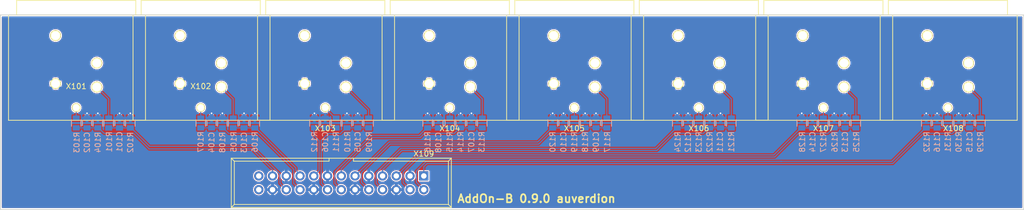
<source format=kicad_pcb>
(kicad_pcb (version 20171130) (host pcbnew "(5.0.0-3-g5ebb6b6)")
  (layers (0 F.Cu signal) (31 B.Cu signal) (34 B.Paste user) (35 F.Paste user) (36 B.SilkS user) (37 F.SilkS user) (38 B.Mask user) (39 F.Mask user) (44 Edge.Cuts user))
  (net 0 "")
  (net 1 GND)
  (net 2 /AIN1+)
  (net 3 /AIN2+)
  (net 4 /AIN3+)
  (net 5 /AIN4+)
  (net 6 /AIN5+)
  (net 7 /AIN6+)
  (net 8 /AIN7+)
  (net 9 /AIN8+)
  (net 10 "Net-(R117-Pad1)")
  (net 11 "Net-(R119-Pad1)")
  (net 12 "Net-(R121-Pad1)")
  (net 13 "Net-(R123-Pad1)")
  (net 14 "Net-(R125-Pad1)")
  (net 15 "Net-(R127-Pad1)")
  (net 16 "Net-(R129-Pad1)")
  (net 17 "Net-(R131-Pad1)")
  (net 18 /AIN1-)
  (net 19 /AIN2-)
  (net 20 /AIN3-)
  (net 21 /AIN4-)
  (net 22 /AIN5-)
  (net 23 /AIN6-)
  (net 24 /AIN7-)
  (net 25 /AIN8-)
  (net 26 "Net-(R101-Pad1)")
  (net 27 "Net-(R103-Pad1)")
  (net 28 "Net-(R105-Pad1)")
  (net 29 "Net-(R107-Pad1)")
  (net 30 "Net-(R109-Pad1)")
  (net 31 "Net-(R111-Pad1)")
  (net 32 "Net-(R113-Pad1)")
  (net 33 "Net-(R115-Pad1)")
  (module rklib:NC3FAH (layer F.Cu) (at 66 -90)
    (fp_text reference X103 (at 0 21) (layer F.SilkS))
    (fp_text value XLR3)
    (pad 1 thru_hole circle (at -3.81 12.7) (size 2 2) (drill 1.6) (layers *.Cu *.Mask F.SilkS) (net 1 GND))
    (pad 2 thru_hole circle (at 3.81 13.335) (size 2 2) (drill 1.6) (layers *.Cu *.Mask F.SilkS) (net 30 "Net-(R109-Pad1)"))
    (pad 3 thru_hole circle (at 0 17.15) (size 1.6 1.6) (drill 1.2) (layers *.Cu *.Mask F.SilkS) (net 31 "Net-(R111-Pad1)"))
    (pad 4 thru_hole circle (at 3.81 8.89) (size 2 2) (drill 1.6) (layers *.Cu *.Mask F.SilkS))
    (pad 5 thru_hole circle (at -3.81 3.81) (size 2 2) (drill 1.6) (layers *.Cu *.Mask F.SilkS))
  )
  (module rklib:C0805-RES (layer B.Cu) (at 26 -70 270)
    (fp_text reference R101 (at 3.5 -0.1 270) (layer B.SilkS) (effects (justify mirror)))
    (fp_text value RES_100R_1%_0.25W_Thin_0805)
    (pad 1 smd rect (at -0.9 0 270) (size 1 1.3) (layers B.Cu B.Paste B.Mask) (net 26 "Net-(R101-Pad1)"))
    (pad 2 smd rect (at 0.9 0 270) (size 1 1.3) (layers B.Cu B.Paste B.Mask) (net 2 /AIN1+))
  )
  (module rklib:C0805-RES (layer B.Cu) (at 30 -70 270)
    (fp_text reference R102 (at 3.6 0 270) (layer B.SilkS) (effects (justify mirror)))
    (fp_text value RES_100K_1%_0.125W_Thick_0805)
    (pad 2 smd rect (at 0.9 0 270) (size 1 1.3) (layers B.Cu B.Paste B.Mask) (net 2 /AIN1+))
    (pad 1 smd rect (at -0.9 0 270) (size 1 1.3) (layers B.Cu B.Paste B.Mask) (net 1 GND))
  )
  (module rklib:C0805-RES (layer B.Cu) (at 20 -70 270)
    (fp_text reference R103 (at 3.6 -0.1 270) (layer B.SilkS) (effects (justify mirror)))
    (fp_text value RES_100R_1%_0.25W_Thin_0805)
    (pad 1 smd rect (at -0.9 0 270) (size 1 1.3) (layers B.Cu B.Paste B.Mask) (net 27 "Net-(R103-Pad1)"))
    (pad 2 smd rect (at 0.9 0 270) (size 1 1.3) (layers B.Cu B.Paste B.Mask) (net 18 /AIN1-))
  )
  (module rklib:C0805-RES (layer B.Cu) (at 24 -70 270)
    (fp_text reference R104 (at 3.6 0 270) (layer B.SilkS) (effects (justify mirror)))
    (fp_text value RES_100K_1%_0.125W_Thick_0805)
    (pad 2 smd rect (at 0.9 0 270) (size 1 1.3) (layers B.Cu B.Paste B.Mask) (net 18 /AIN1-))
    (pad 1 smd rect (at -0.9 0 270) (size 1 1.3) (layers B.Cu B.Paste B.Mask) (net 1 GND))
  )
  (module rklib:C0805-RES (layer B.Cu) (at 49 -70 270)
    (fp_text reference R105 (at 3.5 -0.1 270) (layer B.SilkS) (effects (justify mirror)))
    (fp_text value RES_100R_1%_0.25W_Thin_0805)
    (pad 1 smd rect (at -0.9 0 270) (size 1 1.3) (layers B.Cu B.Paste B.Mask) (net 28 "Net-(R105-Pad1)"))
    (pad 2 smd rect (at 0.9 0 270) (size 1 1.3) (layers B.Cu B.Paste B.Mask) (net 3 /AIN2+))
  )
  (module rklib:C0805-RES (layer B.Cu) (at 53 -70 270)
    (fp_text reference R106 (at 3.5 0 270) (layer B.SilkS) (effects (justify mirror)))
    (fp_text value RES_100K_1%_0.125W_Thick_0805)
    (pad 2 smd rect (at 0.9 0 270) (size 1 1.3) (layers B.Cu B.Paste B.Mask) (net 3 /AIN2+))
    (pad 1 smd rect (at -0.9 0 270) (size 1 1.3) (layers B.Cu B.Paste B.Mask) (net 1 GND))
  )
  (module rklib:C0805-RES (layer B.Cu) (at 43 -70 270)
    (fp_text reference R107 (at 3.5 0 270) (layer B.SilkS) (effects (justify mirror)))
    (fp_text value RES_100R_1%_0.25W_Thin_0805)
    (pad 1 smd rect (at -0.9 0 270) (size 1 1.3) (layers B.Cu B.Paste B.Mask) (net 29 "Net-(R107-Pad1)"))
    (pad 2 smd rect (at 0.9 0 270) (size 1 1.3) (layers B.Cu B.Paste B.Mask) (net 19 /AIN2-))
  )
  (module rklib:C0805-RES (layer B.Cu) (at 47 -70 270)
    (fp_text reference R108 (at 3.6 0 270) (layer B.SilkS) (effects (justify mirror)))
    (fp_text value RES_100K_1%_0.125W_Thick_0805)
    (pad 2 smd rect (at 0.9 0 270) (size 1 1.3) (layers B.Cu B.Paste B.Mask) (net 19 /AIN2-))
    (pad 1 smd rect (at -0.9 0 270) (size 1 1.3) (layers B.Cu B.Paste B.Mask) (net 1 GND))
  )
  (module rklib:C0805-RES (layer B.Cu) (at 74 -70 270)
    (fp_text reference R109 (at 3.5 -0.1 270) (layer B.SilkS) (effects (justify mirror)))
    (fp_text value RES_100R_1%_0.25W_Thin_0805)
    (pad 1 smd rect (at -0.9 0 270) (size 1 1.3) (layers B.Cu B.Paste B.Mask) (net 30 "Net-(R109-Pad1)"))
    (pad 2 smd rect (at 0.9 0 270) (size 1 1.3) (layers B.Cu B.Paste B.Mask) (net 4 /AIN3+))
  )
  (module rklib:C0805-RES (layer B.Cu) (at 70 -70 270)
    (fp_text reference R110 (at 3.5 -0.1 270) (layer B.SilkS) (effects (justify mirror)))
    (fp_text value RES_100K_1%_0.125W_Thick_0805)
    (pad 2 smd rect (at 0.9 0 270) (size 1 1.3) (layers B.Cu B.Paste B.Mask) (net 4 /AIN3+))
    (pad 1 smd rect (at -0.9 0 270) (size 1 1.3) (layers B.Cu B.Paste B.Mask) (net 1 GND))
  )
  (module rklib:C0805-RES (layer B.Cu) (at 68 -70 270)
    (fp_text reference R111 (at 3.5 0 270) (layer B.SilkS) (effects (justify mirror)))
    (fp_text value RES_100R_1%_0.25W_Thin_0805)
    (pad 1 smd rect (at -0.9 0 270) (size 1 1.3) (layers B.Cu B.Paste B.Mask) (net 31 "Net-(R111-Pad1)"))
    (pad 2 smd rect (at 0.9 0 270) (size 1 1.3) (layers B.Cu B.Paste B.Mask) (net 20 /AIN3-))
  )
  (module rklib:C0805-RES (layer B.Cu) (at 64 -70 270)
    (fp_text reference R112 (at 3.5 0 270) (layer B.SilkS) (effects (justify mirror)))
    (fp_text value RES_100K_1%_0.125W_Thick_0805)
    (pad 2 smd rect (at 0.9 0 270) (size 1 1.3) (layers B.Cu B.Paste B.Mask) (net 20 /AIN3-))
    (pad 1 smd rect (at -0.9 0 270) (size 1 1.3) (layers B.Cu B.Paste B.Mask) (net 1 GND))
  )
  (module rklib:C0805-RES (layer B.Cu) (at 95 -70 270)
    (fp_text reference R113 (at 3.5 0.1 270) (layer B.SilkS) (effects (justify mirror)))
    (fp_text value RES_100R_1%_0.25W_Thin_0805)
    (pad 1 smd rect (at -0.9 0 270) (size 1 1.3) (layers B.Cu B.Paste B.Mask) (net 32 "Net-(R113-Pad1)"))
    (pad 2 smd rect (at 0.9 0 270) (size 1 1.3) (layers B.Cu B.Paste B.Mask) (net 5 /AIN4+))
  )
  (module rklib:C0805-RES (layer B.Cu) (at 91 -70 270)
    (fp_text reference R114 (at 3.5 0 270) (layer B.SilkS) (effects (justify mirror)))
    (fp_text value RES_100K_1%_0.125W_Thick_0805)
    (pad 2 smd rect (at 0.9 0 270) (size 1 1.3) (layers B.Cu B.Paste B.Mask) (net 5 /AIN4+))
    (pad 1 smd rect (at -0.9 0 270) (size 1 1.3) (layers B.Cu B.Paste B.Mask) (net 1 GND))
  )
  (module rklib:C0805-RES (layer B.Cu) (at 89 -70 270)
    (fp_text reference R115 (at 3.5 0 270) (layer B.SilkS) (effects (justify mirror)))
    (fp_text value RES_100R_1%_0.25W_Thin_0805)
    (pad 1 smd rect (at -0.9 0 270) (size 1 1.3) (layers B.Cu B.Paste B.Mask) (net 33 "Net-(R115-Pad1)"))
    (pad 2 smd rect (at 0.9 0 270) (size 1 1.3) (layers B.Cu B.Paste B.Mask) (net 21 /AIN4-))
  )
  (module rklib:C0805-RES (layer B.Cu) (at 84.9 -70 270)
    (fp_text reference R116 (at 3.5 0 270) (layer B.SilkS) (effects (justify mirror)))
    (fp_text value RES_100K_1%_0.125W_Thick_0805)
    (pad 2 smd rect (at 0.9 0 270) (size 1 1.3) (layers B.Cu B.Paste B.Mask) (net 21 /AIN4-))
    (pad 1 smd rect (at -0.9 0 270) (size 1 1.3) (layers B.Cu B.Paste B.Mask) (net 1 GND))
  )
  (module rklib:IDC26 (layer F.Cu) (at 84.2 -60.2 180)
    (fp_text reference X109 (at 0 4.1 180) (layer F.SilkS))
    (fp_text value CON_IDC26)
    (pad 26 thru_hole oval (at 30.48 -2.54 180) (size 1.7272 1.7272) (drill 1.016) (layers *.Cu *.Mask))
    (pad 25 thru_hole oval (at 30.48 0 180) (size 1.7272 1.7272) (drill 1.016) (layers *.Cu *.Mask))
    (pad 24 thru_hole oval (at 27.94 -2.54 180) (size 1.7272 1.7272) (drill 1.016) (layers *.Cu *.Mask) (net 1 GND))
    (pad 23 thru_hole oval (at 27.94 0 180) (size 1.7272 1.7272) (drill 1.016) (layers *.Cu *.Mask) (net 18 /AIN1-))
    (pad 22 thru_hole oval (at 25.4 -2.54 180) (size 1.7272 1.7272) (drill 1.016) (layers *.Cu *.Mask) (net 2 /AIN1+))
    (pad 21 thru_hole oval (at 25.4 0 180) (size 1.7272 1.7272) (drill 1.016) (layers *.Cu *.Mask) (net 1 GND))
    (pad 20 thru_hole oval (at 22.86 -2.54 180) (size 1.7272 1.7272) (drill 1.016) (layers *.Cu *.Mask) (net 19 /AIN2-))
    (pad 19 thru_hole oval (at 22.86 0 180) (size 1.7272 1.7272) (drill 1.016) (layers *.Cu *.Mask) (net 3 /AIN2+))
    (pad 18 thru_hole oval (at 20.32 -2.54 180) (size 1.7272 1.7272) (drill 1.016) (layers *.Cu *.Mask) (net 1 GND))
    (pad 17 thru_hole oval (at 20.32 0 180) (size 1.7272 1.7272) (drill 1.016) (layers *.Cu *.Mask) (net 20 /AIN3-))
    (pad 16 thru_hole oval (at 17.78 -2.54 180) (size 1.7272 1.7272) (drill 1.016) (layers *.Cu *.Mask) (net 4 /AIN3+))
    (pad 15 thru_hole oval (at 17.78 0 180) (size 1.7272 1.7272) (drill 1.016) (layers *.Cu *.Mask) (net 1 GND))
    (pad 14 thru_hole oval (at 15.24 -2.54 180) (size 1.7272 1.7272) (drill 1.016) (layers *.Cu *.Mask) (net 21 /AIN4-))
    (pad 13 thru_hole oval (at 15.24 0 180) (size 1.7272 1.7272) (drill 1.016) (layers *.Cu *.Mask) (net 5 /AIN4+))
    (pad 12 thru_hole oval (at 12.7 -2.54 180) (size 1.7272 1.7272) (drill 1.016) (layers *.Cu *.Mask) (net 1 GND))
    (pad 11 thru_hole oval (at 12.7 0 180) (size 1.7272 1.7272) (drill 1.016) (layers *.Cu *.Mask) (net 22 /AIN5-))
    (pad 10 thru_hole oval (at 10.16 -2.54 180) (size 1.7272 1.7272) (drill 1.016) (layers *.Cu *.Mask) (net 6 /AIN5+))
    (pad 9 thru_hole oval (at 10.16 0 180) (size 1.7272 1.7272) (drill 1.016) (layers *.Cu *.Mask) (net 1 GND))
    (pad 8 thru_hole oval (at 7.62 -2.54 180) (size 1.7272 1.7272) (drill 1.016) (layers *.Cu *.Mask) (net 23 /AIN6-))
    (pad 7 thru_hole oval (at 7.62 0 180) (size 1.7272 1.7272) (drill 1.016) (layers *.Cu *.Mask) (net 7 /AIN6+))
    (pad 6 thru_hole oval (at 5.08 -2.54 180) (size 1.7272 1.7272) (drill 1.016) (layers *.Cu *.Mask) (net 1 GND))
    (pad 5 thru_hole oval (at 5.08 0 180) (size 1.7272 1.7272) (drill 1.016) (layers *.Cu *.Mask) (net 24 /AIN7-))
    (pad 4 thru_hole oval (at 2.54 -2.54 180) (size 1.7272 1.7272) (drill 1.016) (layers *.Cu *.Mask) (net 8 /AIN7+))
    (pad 3 thru_hole oval (at 2.54 0 180) (size 1.7272 1.7272) (drill 1.016) (layers *.Cu *.Mask) (net 1 GND))
    (pad 2 thru_hole oval (at 0 -2.54 180) (size 1.7272 1.7272) (drill 1.016) (layers *.Cu *.Mask) (net 25 /AIN8-))
    (pad 1 thru_hole rect (at 0 0 180) (size 1.7272 1.7272) (drill 1.016) (layers *.Cu *.Mask) (net 9 /AIN8+))
  )
  (module rklib:NC3FAH (layer F.Cu) (at 20 -90)
    (fp_text reference X101 (at 0 13.2) (layer F.SilkS))
    (fp_text value XLR3)
    (pad 1 thru_hole circle (at -3.81 12.7) (size 2 2) (drill 1.6) (layers *.Cu *.Mask F.SilkS) (net 1 GND))
    (pad 2 thru_hole circle (at 3.81 13.335) (size 2 2) (drill 1.6) (layers *.Cu *.Mask F.SilkS) (net 26 "Net-(R101-Pad1)"))
    (pad 3 thru_hole circle (at 0 17.15) (size 1.6 1.6) (drill 1.2) (layers *.Cu *.Mask F.SilkS) (net 27 "Net-(R103-Pad1)"))
    (pad 4 thru_hole circle (at 3.81 8.89) (size 2 2) (drill 1.6) (layers *.Cu *.Mask F.SilkS))
    (pad 5 thru_hole circle (at -3.81 3.81) (size 2 2) (drill 1.6) (layers *.Cu *.Mask F.SilkS))
  )
  (module rklib:NC3FAH (layer F.Cu) (at 43 -90)
    (fp_text reference X102 (at 0 13.2) (layer F.SilkS))
    (fp_text value XLR3)
    (pad 5 thru_hole circle (at -3.81 3.81) (size 2 2) (drill 1.6) (layers *.Cu *.Mask F.SilkS))
    (pad 4 thru_hole circle (at 3.81 8.89) (size 2 2) (drill 1.6) (layers *.Cu *.Mask F.SilkS))
    (pad 3 thru_hole circle (at 0 17.15) (size 1.6 1.6) (drill 1.2) (layers *.Cu *.Mask F.SilkS) (net 29 "Net-(R107-Pad1)"))
    (pad 2 thru_hole circle (at 3.81 13.335) (size 2 2) (drill 1.6) (layers *.Cu *.Mask F.SilkS) (net 28 "Net-(R105-Pad1)"))
    (pad 1 thru_hole circle (at -3.81 12.7) (size 2 2) (drill 1.6) (layers *.Cu *.Mask F.SilkS) (net 1 GND))
  )
  (module rklib:NC3FAH (layer F.Cu) (at 89 -90)
    (fp_text reference X104 (at 0 21) (layer F.SilkS))
    (fp_text value XLR3)
    (pad 5 thru_hole circle (at -3.81 3.81) (size 2 2) (drill 1.6) (layers *.Cu *.Mask F.SilkS))
    (pad 4 thru_hole circle (at 3.81 8.89) (size 2 2) (drill 1.6) (layers *.Cu *.Mask F.SilkS))
    (pad 3 thru_hole circle (at 0 17.15) (size 1.6 1.6) (drill 1.2) (layers *.Cu *.Mask F.SilkS) (net 33 "Net-(R115-Pad1)"))
    (pad 2 thru_hole circle (at 3.81 13.335) (size 2 2) (drill 1.6) (layers *.Cu *.Mask F.SilkS) (net 32 "Net-(R113-Pad1)"))
    (pad 1 thru_hole circle (at -3.81 12.7) (size 2 2) (drill 1.6) (layers *.Cu *.Mask F.SilkS) (net 1 GND))
  )
  (module rklib:NC3FAH (layer F.Cu) (at 112 -90)
    (fp_text reference X105 (at 0 21) (layer F.SilkS))
    (fp_text value XLR3)
    (pad 1 thru_hole circle (at -3.81 12.7) (size 2 2) (drill 1.6) (layers *.Cu *.Mask F.SilkS) (net 1 GND))
    (pad 2 thru_hole circle (at 3.81 13.335) (size 2 2) (drill 1.6) (layers *.Cu *.Mask F.SilkS) (net 10 "Net-(R117-Pad1)"))
    (pad 3 thru_hole circle (at 0 17.15) (size 1.6 1.6) (drill 1.2) (layers *.Cu *.Mask F.SilkS) (net 11 "Net-(R119-Pad1)"))
    (pad 4 thru_hole circle (at 3.81 8.89) (size 2 2) (drill 1.6) (layers *.Cu *.Mask F.SilkS))
    (pad 5 thru_hole circle (at -3.81 3.81) (size 2 2) (drill 1.6) (layers *.Cu *.Mask F.SilkS))
  )
  (module rklib:NC3FAH (layer F.Cu) (at 135 -90)
    (fp_text reference X106 (at 0 21) (layer F.SilkS))
    (fp_text value XLR3)
    (pad 5 thru_hole circle (at -3.81 3.81) (size 2 2) (drill 1.6) (layers *.Cu *.Mask F.SilkS))
    (pad 4 thru_hole circle (at 3.81 8.89) (size 2 2) (drill 1.6) (layers *.Cu *.Mask F.SilkS))
    (pad 3 thru_hole circle (at 0 17.15) (size 1.6 1.6) (drill 1.2) (layers *.Cu *.Mask F.SilkS) (net 13 "Net-(R123-Pad1)"))
    (pad 2 thru_hole circle (at 3.81 13.335) (size 2 2) (drill 1.6) (layers *.Cu *.Mask F.SilkS) (net 12 "Net-(R121-Pad1)"))
    (pad 1 thru_hole circle (at -3.81 12.7) (size 2 2) (drill 1.6) (layers *.Cu *.Mask F.SilkS) (net 1 GND))
  )
  (module rklib:NC3FAH (layer F.Cu) (at 158 -90)
    (fp_text reference X107 (at 0 21) (layer F.SilkS))
    (fp_text value XLR3)
    (pad 1 thru_hole circle (at -3.81 12.7) (size 2 2) (drill 1.6) (layers *.Cu *.Mask F.SilkS) (net 1 GND))
    (pad 2 thru_hole circle (at 3.81 13.335) (size 2 2) (drill 1.6) (layers *.Cu *.Mask F.SilkS) (net 14 "Net-(R125-Pad1)"))
    (pad 3 thru_hole circle (at 0 17.15) (size 1.6 1.6) (drill 1.2) (layers *.Cu *.Mask F.SilkS) (net 15 "Net-(R127-Pad1)"))
    (pad 4 thru_hole circle (at 3.81 8.89) (size 2 2) (drill 1.6) (layers *.Cu *.Mask F.SilkS))
    (pad 5 thru_hole circle (at -3.81 3.81) (size 2 2) (drill 1.6) (layers *.Cu *.Mask F.SilkS))
  )
  (module rklib:NC3FAH (layer F.Cu) (at 181 -90)
    (fp_text reference X108 (at 1 21) (layer F.SilkS))
    (fp_text value XLR3)
    (pad 5 thru_hole circle (at -3.81 3.81) (size 2 2) (drill 1.6) (layers *.Cu *.Mask F.SilkS))
    (pad 4 thru_hole circle (at 3.81 8.89) (size 2 2) (drill 1.6) (layers *.Cu *.Mask F.SilkS))
    (pad 3 thru_hole circle (at 0 17.15) (size 1.6 1.6) (drill 1.2) (layers *.Cu *.Mask F.SilkS) (net 17 "Net-(R131-Pad1)"))
    (pad 2 thru_hole circle (at 3.81 13.335) (size 2 2) (drill 1.6) (layers *.Cu *.Mask F.SilkS) (net 16 "Net-(R129-Pad1)"))
    (pad 1 thru_hole circle (at -3.81 12.7) (size 2 2) (drill 1.6) (layers *.Cu *.Mask F.SilkS) (net 1 GND))
  )
  (module rklib:C0805-X7R (layer B.Cu) (at 28 -70 90)
    (fp_text reference C101 (at -3.5 0 90) (layer B.SilkS) (effects (justify mirror)))
    (fp_text value CAP_100p_50V_C0G_NP0_0805)
    (pad 1 smd rect (at -0.9 0 90) (size 1 1.3) (layers B.Cu B.Paste B.Mask) (net 2 /AIN1+))
    (pad 2 smd rect (at 0.9 0 90) (size 1 1.3) (layers B.Cu B.Paste B.Mask) (net 1 GND))
  )
  (module rklib:C0805-X7R (layer B.Cu) (at 22 -70 90)
    (fp_text reference C102 (at -3.6 0 90) (layer B.SilkS) (effects (justify mirror)))
    (fp_text value CAP_100p_50V_C0G_NP0_0805)
    (pad 2 smd rect (at 0.9 0 90) (size 1 1.3) (layers B.Cu B.Paste B.Mask) (net 1 GND))
    (pad 1 smd rect (at -0.9 0 90) (size 1 1.3) (layers B.Cu B.Paste B.Mask) (net 18 /AIN1-))
  )
  (module rklib:C0805-X7R (layer B.Cu) (at 51 -70 90)
    (fp_text reference C103 (at -3.6 0 90) (layer B.SilkS) (effects (justify mirror)))
    (fp_text value CAP_100p_50V_C0G_NP0_0805)
    (pad 2 smd rect (at 0.9 0 90) (size 1 1.3) (layers B.Cu B.Paste B.Mask) (net 1 GND))
    (pad 1 smd rect (at -0.9 0 90) (size 1 1.3) (layers B.Cu B.Paste B.Mask) (net 3 /AIN2+))
  )
  (module rklib:C0805-X7R (layer B.Cu) (at 45 -70 90)
    (fp_text reference C104 (at -3.6 0 90) (layer B.SilkS) (effects (justify mirror)))
    (fp_text value CAP_100p_50V_C0G_NP0_0805)
    (pad 1 smd rect (at -0.9 0 90) (size 1 1.3) (layers B.Cu B.Paste B.Mask) (net 19 /AIN2-))
    (pad 2 smd rect (at 0.9 0 90) (size 1 1.3) (layers B.Cu B.Paste B.Mask) (net 1 GND))
  )
  (module rklib:C0805-X7R (layer B.Cu) (at 72 -70 90)
    (fp_text reference C105 (at -3.5 0 90) (layer B.SilkS) (effects (justify mirror)))
    (fp_text value CAP_100p_50V_C0G_NP0_0805)
    (pad 2 smd rect (at 0.9 0 90) (size 1 1.3) (layers B.Cu B.Paste B.Mask) (net 1 GND))
    (pad 1 smd rect (at -0.9 0 90) (size 1 1.3) (layers B.Cu B.Paste B.Mask) (net 4 /AIN3+))
  )
  (module rklib:C0805-X7R (layer B.Cu) (at 66 -70 90)
    (fp_text reference C106 (at -3.5 0 90) (layer B.SilkS) (effects (justify mirror)))
    (fp_text value CAP_100p_50V_C0G_NP0_0805)
    (pad 2 smd rect (at 0.9 0 90) (size 1 1.3) (layers B.Cu B.Paste B.Mask) (net 1 GND))
    (pad 1 smd rect (at -0.9 0 90) (size 1 1.3) (layers B.Cu B.Paste B.Mask) (net 20 /AIN3-))
  )
  (module rklib:C0805-X7R (layer B.Cu) (at 93 -70 90)
    (fp_text reference C107 (at -3.5 0 90) (layer B.SilkS) (effects (justify mirror)))
    (fp_text value CAP_100p_50V_C0G_NP0_0805)
    (pad 1 smd rect (at -0.9 0 90) (size 1 1.3) (layers B.Cu B.Paste B.Mask) (net 5 /AIN4+))
    (pad 2 smd rect (at 0.9 0 90) (size 1 1.3) (layers B.Cu B.Paste B.Mask) (net 1 GND))
  )
  (module rklib:C0805-X7R (layer B.Cu) (at 86.9 -70 90)
    (fp_text reference C108 (at -3.6 0 90) (layer B.SilkS) (effects (justify mirror)))
    (fp_text value CAP_100p_50V_C0G_NP0_0805)
    (pad 1 smd rect (at -0.9 0 90) (size 1 1.3) (layers B.Cu B.Paste B.Mask) (net 21 /AIN4-))
    (pad 2 smd rect (at 0.9 0 90) (size 1 1.3) (layers B.Cu B.Paste B.Mask) (net 1 GND))
  )
  (module rklib:C0805-X7R (layer B.Cu) (at 116 -70 90)
    (fp_text reference C109 (at -3.5 0 90) (layer B.SilkS) (effects (justify mirror)))
    (fp_text value CAP_100p_50V_C0G_NP0_0805)
    (pad 2 smd rect (at 0.9 0 90) (size 1 1.3) (layers B.Cu B.Paste B.Mask) (net 1 GND))
    (pad 1 smd rect (at -0.9 0 90) (size 1 1.3) (layers B.Cu B.Paste B.Mask) (net 6 /AIN5+))
  )
  (module rklib:C0805-X7R (layer B.Cu) (at 110 -70 90)
    (fp_text reference C110 (at -3.5 0 90) (layer B.SilkS) (effects (justify mirror)))
    (fp_text value CAP_100p_50V_C0G_NP0_0805)
    (pad 2 smd rect (at 0.9 0 90) (size 1 1.3) (layers B.Cu B.Paste B.Mask) (net 1 GND))
    (pad 1 smd rect (at -0.9 0 90) (size 1 1.3) (layers B.Cu B.Paste B.Mask) (net 22 /AIN5-))
  )
  (module rklib:C0805-X7R (layer B.Cu) (at 139 -70 90)
    (fp_text reference C111 (at -3.5 -0.1 90) (layer B.SilkS) (effects (justify mirror)))
    (fp_text value CAP_100p_50V_C0G_NP0_0805)
    (pad 1 smd rect (at -0.9 0 90) (size 1 1.3) (layers B.Cu B.Paste B.Mask) (net 7 /AIN6+))
    (pad 2 smd rect (at 0.9 0 90) (size 1 1.3) (layers B.Cu B.Paste B.Mask) (net 1 GND))
  )
  (module rklib:C0805-X7R (layer B.Cu) (at 133 -70 90)
    (fp_text reference C112 (at -3.5 0 90) (layer B.SilkS) (effects (justify mirror)))
    (fp_text value CAP_100p_50V_C0G_NP0_0805)
    (pad 1 smd rect (at -0.9 0 90) (size 1 1.3) (layers B.Cu B.Paste B.Mask) (net 23 /AIN6-))
    (pad 2 smd rect (at 0.9 0 90) (size 1 1.3) (layers B.Cu B.Paste B.Mask) (net 1 GND))
  )
  (module rklib:C0805-X7R (layer B.Cu) (at 162 -70 90)
    (fp_text reference C113 (at -3.5 0 90) (layer B.SilkS) (effects (justify mirror)))
    (fp_text value CAP_100p_50V_C0G_NP0_0805)
    (pad 2 smd rect (at 0.9 0 90) (size 1 1.3) (layers B.Cu B.Paste B.Mask) (net 1 GND))
    (pad 1 smd rect (at -0.9 0 90) (size 1 1.3) (layers B.Cu B.Paste B.Mask) (net 8 /AIN7+))
  )
  (module rklib:C0805-X7R (layer B.Cu) (at 156 -70 90)
    (fp_text reference C114 (at -3.5 0 90) (layer B.SilkS) (effects (justify mirror)))
    (fp_text value CAP_100p_50V_C0G_NP0_0805)
    (pad 1 smd rect (at -0.9 0 90) (size 1 1.3) (layers B.Cu B.Paste B.Mask) (net 24 /AIN7-))
    (pad 2 smd rect (at 0.9 0 90) (size 1 1.3) (layers B.Cu B.Paste B.Mask) (net 1 GND))
  )
  (module rklib:C0805-X7R (layer B.Cu) (at 185 -70 90)
    (fp_text reference C115 (at -3.5 0 90) (layer B.SilkS) (effects (justify mirror)))
    (fp_text value CAP_100p_50V_C0G_NP0_0805)
    (pad 1 smd rect (at -0.9 0 90) (size 1 1.3) (layers B.Cu B.Paste B.Mask) (net 9 /AIN8+))
    (pad 2 smd rect (at 0.9 0 90) (size 1 1.3) (layers B.Cu B.Paste B.Mask) (net 1 GND))
  )
  (module rklib:C0805-X7R (layer B.Cu) (at 179 -70 90)
    (fp_text reference C116 (at -3.5 0 90) (layer B.SilkS) (effects (justify mirror)))
    (fp_text value CAP_100p_50V_C0G_NP0_0805)
    (pad 2 smd rect (at 0.9 0 90) (size 1 1.3) (layers B.Cu B.Paste B.Mask) (net 1 GND))
    (pad 1 smd rect (at -0.9 0 90) (size 1 1.3) (layers B.Cu B.Paste B.Mask) (net 25 /AIN8-))
  )
  (module rklib:C0805-RES (layer B.Cu) (at 118 -70 270)
    (fp_text reference R117 (at 3.5 -0.1 270) (layer B.SilkS) (effects (justify mirror)))
    (fp_text value RES_100R_1%_0.25W_Thin_0805)
    (pad 1 smd rect (at -0.9 0 270) (size 1 1.3) (layers B.Cu B.Paste B.Mask) (net 10 "Net-(R117-Pad1)"))
    (pad 2 smd rect (at 0.9 0 270) (size 1 1.3) (layers B.Cu B.Paste B.Mask) (net 6 /AIN5+))
  )
  (module rklib:C0805-RES (layer B.Cu) (at 114 -70 270)
    (fp_text reference R118 (at 3.5 0 270) (layer B.SilkS) (effects (justify mirror)))
    (fp_text value RES_100K_1%_0.125W_Thick_0805)
    (pad 2 smd rect (at 0.9 0 270) (size 1 1.3) (layers B.Cu B.Paste B.Mask) (net 6 /AIN5+))
    (pad 1 smd rect (at -0.9 0 270) (size 1 1.3) (layers B.Cu B.Paste B.Mask) (net 1 GND))
  )
  (module rklib:C0805-RES (layer B.Cu) (at 112 -70 270)
    (fp_text reference R119 (at 3.5 0 270) (layer B.SilkS) (effects (justify mirror)))
    (fp_text value RES_100R_1%_0.25W_Thin_0805)
    (pad 1 smd rect (at -0.9 0 270) (size 1 1.3) (layers B.Cu B.Paste B.Mask) (net 11 "Net-(R119-Pad1)"))
    (pad 2 smd rect (at 0.9 0 270) (size 1 1.3) (layers B.Cu B.Paste B.Mask) (net 22 /AIN5-))
  )
  (module rklib:C0805-RES (layer B.Cu) (at 108 -70 270)
    (fp_text reference R120 (at 3.5 0 270) (layer B.SilkS) (effects (justify mirror)))
    (fp_text value RES_100K_1%_0.125W_Thick_0805)
    (pad 2 smd rect (at 0.9 0 270) (size 1 1.3) (layers B.Cu B.Paste B.Mask) (net 22 /AIN5-))
    (pad 1 smd rect (at -0.9 0 270) (size 1 1.3) (layers B.Cu B.Paste B.Mask) (net 1 GND))
  )
  (module rklib:C0805-RES (layer B.Cu) (at 141 -70 270)
    (fp_text reference R121 (at 3.5 0 270) (layer B.SilkS) (effects (justify mirror)))
    (fp_text value RES_100R_1%_0.25W_Thin_0805)
    (pad 1 smd rect (at -0.9 0 270) (size 1 1.3) (layers B.Cu B.Paste B.Mask) (net 12 "Net-(R121-Pad1)"))
    (pad 2 smd rect (at 0.9 0 270) (size 1 1.3) (layers B.Cu B.Paste B.Mask) (net 7 /AIN6+))
  )
  (module rklib:C0805-RES (layer B.Cu) (at 137 -70 270)
    (fp_text reference R122 (at 3.5 0 270) (layer B.SilkS) (effects (justify mirror)))
    (fp_text value RES_100K_1%_0.125W_Thick_0805)
    (pad 2 smd rect (at 0.9 0 270) (size 1 1.3) (layers B.Cu B.Paste B.Mask) (net 7 /AIN6+))
    (pad 1 smd rect (at -0.9 0 270) (size 1 1.3) (layers B.Cu B.Paste B.Mask) (net 1 GND))
  )
  (module rklib:C0805-RES (layer B.Cu) (at 135 -70 270)
    (fp_text reference R123 (at 3.5 0 270) (layer B.SilkS) (effects (justify mirror)))
    (fp_text value RES_100R_1%_0.25W_Thin_0805)
    (pad 1 smd rect (at -0.9 0 270) (size 1 1.3) (layers B.Cu B.Paste B.Mask) (net 13 "Net-(R123-Pad1)"))
    (pad 2 smd rect (at 0.9 0 270) (size 1 1.3) (layers B.Cu B.Paste B.Mask) (net 23 /AIN6-))
  )
  (module rklib:C0805-RES (layer B.Cu) (at 131 -70 270)
    (fp_text reference R124 (at 3.5 -0.1 270) (layer B.SilkS) (effects (justify mirror)))
    (fp_text value RES_100K_1%_0.125W_Thick_0805)
    (pad 2 smd rect (at 0.9 0 270) (size 1 1.3) (layers B.Cu B.Paste B.Mask) (net 23 /AIN6-))
    (pad 1 smd rect (at -0.9 0 270) (size 1 1.3) (layers B.Cu B.Paste B.Mask) (net 1 GND))
  )
  (module rklib:C0805-RES (layer B.Cu) (at 164 -70 270)
    (fp_text reference R125 (at 3.5 -0.1 270) (layer B.SilkS) (effects (justify mirror)))
    (fp_text value RES_100R_1%_0.25W_Thin_0805)
    (pad 1 smd rect (at -0.9 0 270) (size 1 1.3) (layers B.Cu B.Paste B.Mask) (net 14 "Net-(R125-Pad1)"))
    (pad 2 smd rect (at 0.9 0 270) (size 1 1.3) (layers B.Cu B.Paste B.Mask) (net 8 /AIN7+))
  )
  (module rklib:C0805-RES (layer B.Cu) (at 160 -70 270)
    (fp_text reference R126 (at 3.5 -0.1 270) (layer B.SilkS) (effects (justify mirror)))
    (fp_text value RES_100K_1%_0.125W_Thick_0805)
    (pad 2 smd rect (at 0.9 0 270) (size 1 1.3) (layers B.Cu B.Paste B.Mask) (net 8 /AIN7+))
    (pad 1 smd rect (at -0.9 0 270) (size 1 1.3) (layers B.Cu B.Paste B.Mask) (net 1 GND))
  )
  (module rklib:C0805-RES (layer B.Cu) (at 158 -70 270)
    (fp_text reference R127 (at 3.5 0 270) (layer B.SilkS) (effects (justify mirror)))
    (fp_text value RES_100R_1%_0.25W_Thin_0805)
    (pad 1 smd rect (at -0.9 0 270) (size 1 1.3) (layers B.Cu B.Paste B.Mask) (net 15 "Net-(R127-Pad1)"))
    (pad 2 smd rect (at 0.9 0 270) (size 1 1.3) (layers B.Cu B.Paste B.Mask) (net 24 /AIN7-))
  )
  (module rklib:C0805-RES (layer B.Cu) (at 154 -70 270)
    (fp_text reference R128 (at 3.5 -0.1 270) (layer B.SilkS) (effects (justify mirror)))
    (fp_text value RES_100K_1%_0.125W_Thick_0805)
    (pad 2 smd rect (at 0.9 0 270) (size 1 1.3) (layers B.Cu B.Paste B.Mask) (net 24 /AIN7-))
    (pad 1 smd rect (at -0.9 0 270) (size 1 1.3) (layers B.Cu B.Paste B.Mask) (net 1 GND))
  )
  (module rklib:C0805-RES (layer B.Cu) (at 187 -70 270)
    (fp_text reference R129 (at 3.5 0 270) (layer B.SilkS) (effects (justify mirror)))
    (fp_text value RES_100R_1%_0.25W_Thin_0805)
    (pad 1 smd rect (at -0.9 0 270) (size 1 1.3) (layers B.Cu B.Paste B.Mask) (net 16 "Net-(R129-Pad1)"))
    (pad 2 smd rect (at 0.9 0 270) (size 1 1.3) (layers B.Cu B.Paste B.Mask) (net 9 /AIN8+))
  )
  (module rklib:C0805-RES (layer B.Cu) (at 183 -70 270)
    (fp_text reference R130 (at 3.5 0 270) (layer B.SilkS) (effects (justify mirror)))
    (fp_text value RES_100K_1%_0.125W_Thick_0805)
    (pad 2 smd rect (at 0.9 0 270) (size 1 1.3) (layers B.Cu B.Paste B.Mask) (net 9 /AIN8+))
    (pad 1 smd rect (at -0.9 0 270) (size 1 1.3) (layers B.Cu B.Paste B.Mask) (net 1 GND))
  )
  (module rklib:C0805-RES (layer B.Cu) (at 181 -70 270)
    (fp_text reference R131 (at 3.5 0 270) (layer B.SilkS) (effects (justify mirror)))
    (fp_text value RES_100R_1%_0.25W_Thin_0805)
    (pad 1 smd rect (at -0.9 0 270) (size 1 1.3) (layers B.Cu B.Paste B.Mask) (net 17 "Net-(R131-Pad1)"))
    (pad 2 smd rect (at 0.9 0 270) (size 1 1.3) (layers B.Cu B.Paste B.Mask) (net 25 /AIN8-))
  )
  (module rklib:C0805-RES (layer B.Cu) (at 177 -70 270)
    (fp_text reference R132 (at 3.5 -0.1 270) (layer B.SilkS) (effects (justify mirror)))
    (fp_text value RES_100K_1%_0.125W_Thick_0805)
    (pad 2 smd rect (at 0.9 0 270) (size 1 1.3) (layers B.Cu B.Paste B.Mask) (net 25 /AIN8-))
    (pad 1 smd rect (at -0.9 0 270) (size 1 1.3) (layers B.Cu B.Paste B.Mask) (net 1 GND))
  )
  (gr_line (start 6 -90) (end 195 -90) (layer Edge.Cuts) (width 0.15))
  (gr_line (start 195 -54) (end 6 -54) (layer Edge.Cuts) (width 0.15))
  (gr_text "AddOn-B 0.9.0 auverdion" (at 105 -56) (layer F.SilkS) (effects (font (size 1.5 1.5) (thickness 0.3))))
  (gr_line (start 6 -54) (end 6 -90) (layer Edge.Cuts) (width 0.15))
  (gr_line (start 195 -90) (end 195 -54) (layer Edge.Cuts) (width 0.15))
  (segment (start 53.15 -70.9) (end 53 -70.9) (width 0.2) (layer B.Cu) (net 1))
  (segment (start 30.15 -70.9) (end 30 -70.9) (width 0.2) (layer B.Cu) (net 1))
  (via (at 185 -71.8) (size 0.6) (drill 0.3) (layers F.Cu B.Cu) (net 1))
  (segment (start 185 -70.9) (end 185 -71.8) (width 0.6) (layer B.Cu) (net 1))
  (via (at 183 -71.8) (size 0.6) (drill 0.3) (layers F.Cu B.Cu) (net 1))
  (segment (start 183 -70.9) (end 183 -71.8) (width 0.6) (layer B.Cu) (net 1))
  (via (at 179 -71.8) (size 0.6) (drill 0.3) (layers F.Cu B.Cu) (net 1))
  (segment (start 179 -70.9) (end 179 -71.8) (width 0.6) (layer B.Cu) (net 1))
  (via (at 177 -71.8) (size 0.6) (drill 0.3) (layers F.Cu B.Cu) (net 1))
  (segment (start 177 -70.9) (end 177 -71.8) (width 0.6) (layer B.Cu) (net 1))
  (via (at 154 -71.8) (size 0.6) (drill 0.3) (layers F.Cu B.Cu) (net 1))
  (segment (start 154 -70.9) (end 154 -71.8) (width 0.6) (layer B.Cu) (net 1))
  (via (at 156 -71.8) (size 0.6) (drill 0.3) (layers F.Cu B.Cu) (net 1))
  (segment (start 156 -70.9) (end 156 -71.8) (width 0.6) (layer B.Cu) (net 1))
  (via (at 160 -71.8) (size 0.6) (drill 0.3) (layers F.Cu B.Cu) (net 1))
  (segment (start 160 -70.9) (end 160 -71.8) (width 0.6) (layer B.Cu) (net 1))
  (via (at 162 -71.8) (size 0.6) (drill 0.3) (layers F.Cu B.Cu) (net 1))
  (segment (start 162 -70.9) (end 162 -71.8) (width 0.6) (layer B.Cu) (net 1))
  (via (at 131 -71.8) (size 0.6) (drill 0.3) (layers F.Cu B.Cu) (net 1))
  (segment (start 131 -70.9) (end 131 -71.8) (width 0.6) (layer B.Cu) (net 1))
  (via (at 133 -71.8) (size 0.6) (drill 0.3) (layers F.Cu B.Cu) (net 1))
  (segment (start 133 -70.9) (end 133 -71.8) (width 0.6) (layer B.Cu) (net 1))
  (via (at 137 -71.8) (size 0.6) (drill 0.3) (layers F.Cu B.Cu) (net 1))
  (segment (start 137 -70.9) (end 137 -71.8) (width 0.6) (layer B.Cu) (net 1))
  (via (at 139 -71.8) (size 0.6) (drill 0.3) (layers F.Cu B.Cu) (net 1))
  (segment (start 139 -70.9) (end 139 -71.8) (width 0.6) (layer B.Cu) (net 1))
  (via (at 108 -71.8) (size 0.6) (drill 0.3) (layers F.Cu B.Cu) (net 1))
  (segment (start 108 -70.9) (end 108 -71.8) (width 0.6) (layer B.Cu) (net 1))
  (via (at 110 -71.8) (size 0.6) (drill 0.3) (layers F.Cu B.Cu) (net 1))
  (segment (start 110 -70.9) (end 110 -71.8) (width 0.6) (layer B.Cu) (net 1))
  (via (at 114 -71.8) (size 0.6) (drill 0.3) (layers F.Cu B.Cu) (net 1))
  (segment (start 114 -70.9) (end 114 -71.8) (width 0.6) (layer B.Cu) (net 1))
  (via (at 116 -71.8) (size 0.6) (drill 0.3) (layers F.Cu B.Cu) (net 1))
  (segment (start 116 -70.9) (end 116 -71.8) (width 0.6) (layer B.Cu) (net 1))
  (via (at 64 -71.8) (size 0.6) (drill 0.3) (layers F.Cu B.Cu) (net 1))
  (segment (start 64 -70.9) (end 64 -71.8) (width 0.6) (layer B.Cu) (net 1))
  (segment (start 66 -70.9) (end 64 -70.9) (width 0.6) (layer B.Cu) (net 1))
  (via (at 70 -71.8) (size 0.6) (drill 0.3) (layers F.Cu B.Cu) (net 1))
  (segment (start 70 -70.9) (end 70 -71.8) (width 0.6) (layer B.Cu) (net 1))
  (via (at 72 -71.8) (size 0.6) (drill 0.3) (layers F.Cu B.Cu) (net 1))
  (segment (start 72 -70.9) (end 72 -71.8) (width 0.6) (layer B.Cu) (net 1))
  (via (at 91 -71.8) (size 0.6) (drill 0.3) (layers F.Cu B.Cu) (net 1))
  (segment (start 91 -70.9) (end 91 -71.8) (width 0.6) (layer B.Cu) (net 1))
  (via (at 93 -71.8) (size 0.6) (drill 0.3) (layers F.Cu B.Cu) (net 1))
  (segment (start 93 -70.9) (end 93 -71.8) (width 0.6) (layer B.Cu) (net 1))
  (via (at 86.9 -71.8) (size 0.6) (drill 0.3) (layers F.Cu B.Cu) (net 1))
  (segment (start 86.9 -70.9) (end 86.9 -71.8) (width 0.6) (layer B.Cu) (net 1))
  (via (at 84.9 -71.8) (size 0.6) (drill 0.3) (layers F.Cu B.Cu) (net 1))
  (segment (start 84.9 -70.9) (end 84.9 -71.8) (width 0.6) (layer B.Cu) (net 1))
  (via (at 45 -71.8) (size 0.6) (drill 0.3) (layers F.Cu B.Cu) (net 1))
  (segment (start 45 -70.9) (end 45 -71.8) (width 0.6) (layer B.Cu) (net 1))
  (via (at 47 -71.8) (size 0.6) (drill 0.3) (layers F.Cu B.Cu) (net 1))
  (segment (start 47 -70.9) (end 47 -71.8) (width 0.6) (layer B.Cu) (net 1))
  (via (at 51 -71.8) (size 0.6) (drill 0.3) (layers F.Cu B.Cu) (net 1))
  (segment (start 51 -70.9) (end 51 -71.8) (width 0.6) (layer B.Cu) (net 1))
  (via (at 53 -71.8) (size 0.6) (drill 0.3) (layers F.Cu B.Cu) (net 1))
  (segment (start 53 -70.9) (end 53 -71.8) (width 0.6) (layer B.Cu) (net 1))
  (via (at 22 -71.8) (size 0.6) (drill 0.3) (layers F.Cu B.Cu) (net 1))
  (segment (start 22 -70.9) (end 22 -71.8) (width 0.6) (layer B.Cu) (net 1))
  (via (at 24 -71.8) (size 0.6) (drill 0.3) (layers F.Cu B.Cu) (net 1))
  (segment (start 24 -70.9) (end 24 -71.8) (width 0.6) (layer B.Cu) (net 1))
  (via (at 28 -71.8) (size 0.6) (drill 0.3) (layers F.Cu B.Cu) (net 1))
  (segment (start 28 -70.9) (end 28 -71.8) (width 0.6) (layer B.Cu) (net 1))
  (via (at 30 -71.8) (size 0.6) (drill 0.3) (layers F.Cu B.Cu) (net 1))
  (segment (start 30 -70.9) (end 30 -71.8) (width 0.6) (layer B.Cu) (net 1))
  (segment (start 26 -69.1) (end 28 -69.1) (width 0.2) (layer B.Cu) (net 2))
  (segment (start 28 -69.1) (end 30 -69.1) (width 0.2) (layer B.Cu) (net 2))
  (segment (start 52.48213 -65.7) (end 33.55 -65.7) (width 0.2) (layer B.Cu) (net 2))
  (segment (start 33.55 -65.7) (end 30.15 -69.1) (width 0.2) (layer B.Cu) (net 2))
  (segment (start 30.15 -69.1) (end 30 -69.1) (width 0.2) (layer B.Cu) (net 2))
  (segment (start 57.636399 -58.823601) (end 57.636399 -60.545731) (width 0.2) (layer B.Cu) (net 2))
  (segment (start 57.636399 -60.545731) (end 52.48213 -65.7) (width 0.2) (layer B.Cu) (net 2))
  (segment (start 58.8 -57.66) (end 57.636399 -58.823601) (width 0.2) (layer B.Cu) (net 2))
  (segment (start 49 -69.1) (end 51 -69.1) (width 0.2) (layer B.Cu) (net 3))
  (segment (start 51 -69.1) (end 53 -69.1) (width 0.2) (layer B.Cu) (net 3))
  (segment (start 60.576409 -61.673591) (end 53.15 -69.1) (width 0.2) (layer B.Cu) (net 3))
  (segment (start 60.576409 -61.223591) (end 60.576409 -61.673591) (width 0.2) (layer B.Cu) (net 3))
  (segment (start 53.15 -69.1) (end 53 -69.1) (width 0.2) (layer B.Cu) (net 3))
  (segment (start 61.34 -60.46) (end 60.576409 -61.223591) (width 0.2) (layer B.Cu) (net 3))
  (segment (start 61.34 -60.2) (end 61.34 -60.46) (width 0.2) (layer B.Cu) (net 3))
  (segment (start 74 -69.1) (end 72 -69.1) (width 0.2) (layer B.Cu) (net 4))
  (segment (start 69.85 -69.1) (end 70 -69.1) (width 0.2) (layer B.Cu) (net 4))
  (segment (start 70.85 -69.1) (end 72 -69.1) (width 0.2) (layer B.Cu) (net 4))
  (segment (start 70 -69.1) (end 70.85 -69.1) (width 0.2) (layer B.Cu) (net 4))
  (segment (start 65.48 -58.6) (end 66.42 -57.66) (width 0.2) (layer B.Cu) (net 4))
  (segment (start 65.256397 -58.823603) (end 65.48 -58.6) (width 0.2) (layer B.Cu) (net 4))
  (segment (start 68.8 -68.05) (end 66.55 -68.05) (width 0.2) (layer B.Cu) (net 4))
  (segment (start 68.8 -68.05) (end 69.85 -69.1) (width 0.2) (layer B.Cu) (net 4))
  (segment (start 66.55 -68.05) (end 65.256397 -66.756397) (width 0.2) (layer B.Cu) (net 4))
  (segment (start 65.256397 -66.756397) (end 65.256397 -63.7) (width 0.2) (layer B.Cu) (net 4))
  (segment (start 65.256397 -63.7) (end 65.256397 -58.823603) (width 0.2) (layer B.Cu) (net 4))
  (segment (start 65.256397 -64.506397) (end 65.256397 -63.7) (width 0.2) (layer B.Cu) (net 4))
  (segment (start 95 -69.1) (end 93 -69.1) (width 0.2) (layer B.Cu) (net 5))
  (segment (start 92.15 -69.1) (end 91 -69.1) (width 0.2) (layer B.Cu) (net 5))
  (segment (start 93 -69.1) (end 92.15 -69.1) (width 0.2) (layer B.Cu) (net 5))
  (segment (start 90.85 -69.1) (end 91 -69.1) (width 0.2) (layer B.Cu) (net 5))
  (segment (start 77.2 -67.299992) (end 83.51569 -67.299992) (width 0.2) (layer B.Cu) (net 5))
  (segment (start 74.69076 -67.29999) (end 77.199998 -67.29999) (width 0.2) (layer B.Cu) (net 5))
  (segment (start 77.199998 -67.29999) (end 77.2 -67.299992) (width 0.2) (layer B.Cu) (net 5))
  (segment (start 84.315698 -68.1) (end 89.85 -68.1) (width 0.2) (layer B.Cu) (net 5))
  (segment (start 68.96 -61.56923) (end 74.69076 -67.29999) (width 0.2) (layer B.Cu) (net 5))
  (segment (start 89.85 -68.1) (end 90.85 -69.1) (width 0.2) (layer B.Cu) (net 5))
  (segment (start 83.51569 -67.299992) (end 84.315698 -68.1) (width 0.2) (layer B.Cu) (net 5))
  (segment (start 68.96 -60.2) (end 68.96 -61.56923) (width 0.2) (layer B.Cu) (net 5))
  (segment (start 118 -69.1) (end 116 -69.1) (width 0.2) (layer B.Cu) (net 6))
  (segment (start 116 -69.1) (end 114 -69.1) (width 0.2) (layer B.Cu) (net 6))
  (segment (start 113.85 -69.1) (end 114 -69.1) (width 0.2) (layer B.Cu) (net 6))
  (segment (start 77.96566 -66.099962) (end 105.415661 -66.099962) (width 0.2) (layer B.Cu) (net 6))
  (segment (start 107.415698 -68.1) (end 112.85 -68.1) (width 0.2) (layer B.Cu) (net 6))
  (segment (start 72.663601 -59.036399) (end 72.663601 -60.797903) (width 0.2) (layer B.Cu) (net 6))
  (segment (start 105.415661 -66.099962) (end 107.415698 -68.1) (width 0.2) (layer B.Cu) (net 6))
  (segment (start 72.663601 -60.797903) (end 77.96566 -66.099962) (width 0.2) (layer B.Cu) (net 6))
  (segment (start 112.85 -68.1) (end 113.85 -69.1) (width 0.2) (layer B.Cu) (net 6))
  (segment (start 74.04 -57.66) (end 72.663601 -59.036399) (width 0.2) (layer B.Cu) (net 6))
  (segment (start 141 -69.1) (end 139 -69.1) (width 0.2) (layer B.Cu) (net 7))
  (segment (start 139 -69.1) (end 137 -69.1) (width 0.2) (layer B.Cu) (net 7))
  (segment (start 135.85 -68.1) (end 136.85 -69.1) (width 0.2) (layer B.Cu) (net 7))
  (segment (start 136.85 -69.1) (end 137 -69.1) (width 0.2) (layer B.Cu) (net 7))
  (segment (start 130.415699 -68.1) (end 135.85 -68.1) (width 0.2) (layer B.Cu) (net 7))
  (segment (start 76.58 -60.2) (end 76.58 -61.356432) (width 0.2) (layer B.Cu) (net 7))
  (segment (start 127.215631 -64.899932) (end 130.415699 -68.1) (width 0.2) (layer B.Cu) (net 7))
  (segment (start 80.1235 -64.899932) (end 127.215631 -64.899932) (width 0.2) (layer B.Cu) (net 7))
  (segment (start 76.58 -61.356432) (end 80.1235 -64.899932) (width 0.2) (layer B.Cu) (net 7))
  (segment (start 160 -69.1) (end 162 -69.1) (width 0.2) (layer B.Cu) (net 8))
  (segment (start 162 -69.1) (end 164 -69.1) (width 0.2) (layer B.Cu) (net 8))
  (segment (start 80.383609 -58.936391) (end 81.66 -57.66) (width 0.2) (layer B.Cu) (net 8))
  (segment (start 80.383609 -60.897911) (end 80.383609 -58.936391) (width 0.2) (layer B.Cu) (net 8))
  (segment (start 160 -69.1) (end 159.85 -69.1) (width 0.2) (layer B.Cu) (net 8))
  (segment (start 149.015601 -63.699902) (end 83.1856 -63.699902) (width 0.2) (layer B.Cu) (net 8))
  (segment (start 153.415698 -68.1) (end 149.015601 -63.699902) (width 0.2) (layer B.Cu) (net 8))
  (segment (start 83.1856 -63.699902) (end 80.383609 -60.897911) (width 0.2) (layer B.Cu) (net 8))
  (segment (start 158.85 -68.1) (end 153.415698 -68.1) (width 0.2) (layer B.Cu) (net 8))
  (segment (start 159.85 -69.1) (end 158.85 -68.1) (width 0.2) (layer B.Cu) (net 8))
  (segment (start 183 -69.1) (end 185 -69.1) (width 0.2) (layer B.Cu) (net 9))
  (segment (start 187 -69.1) (end 185 -69.1) (width 0.2) (layer B.Cu) (net 9))
  (segment (start 84.2 -61.901504) (end 84.2 -60.2) (width 0.2) (layer B.Cu) (net 9))
  (segment (start 176.415698 -68.1) (end 170.815571 -62.499872) (width 0.2) (layer B.Cu) (net 9))
  (segment (start 170.815571 -62.499872) (end 84.798368 -62.499872) (width 0.2) (layer B.Cu) (net 9))
  (segment (start 84.798368 -62.499872) (end 84.2 -61.901504) (width 0.2) (layer B.Cu) (net 9))
  (segment (start 183 -69.1) (end 182.85 -69.1) (width 0.2) (layer B.Cu) (net 9))
  (segment (start 181.85 -68.1) (end 176.415698 -68.1) (width 0.2) (layer B.Cu) (net 9))
  (segment (start 182.85 -69.1) (end 181.85 -68.1) (width 0.2) (layer B.Cu) (net 9))
  (segment (start 118 -74.475) (end 115.81 -76.665) (width 0.2) (layer B.Cu) (net 10))
  (segment (start 118 -70.9) (end 118 -74.475) (width 0.2) (layer B.Cu) (net 10))
  (segment (start 112 -70.9) (end 112 -72.85) (width 0.2) (layer B.Cu) (net 11))
  (segment (start 141 -74.475) (end 138.81 -76.665) (width 0.2) (layer B.Cu) (net 12))
  (segment (start 141 -70.9) (end 141 -74.475) (width 0.2) (layer B.Cu) (net 12))
  (segment (start 135 -70.9) (end 135 -72.85) (width 0.2) (layer B.Cu) (net 13))
  (segment (start 164 -74.475) (end 161.81 -76.665) (width 0.2) (layer B.Cu) (net 14))
  (segment (start 164 -70.9) (end 164 -74.475) (width 0.2) (layer B.Cu) (net 14))
  (segment (start 158 -70.9) (end 158 -72.85) (width 0.2) (layer B.Cu) (net 15))
  (segment (start 187 -74.475) (end 184.81 -76.665) (width 0.2) (layer B.Cu) (net 16))
  (segment (start 187 -70.9) (end 187 -74.475) (width 0.2) (layer B.Cu) (net 16))
  (segment (start 181 -70.9) (end 181 -72.85) (width 0.2) (layer B.Cu) (net 17))
  (segment (start 20.85 -69.1) (end 22 -69.1) (width 0.2) (layer B.Cu) (net 18))
  (segment (start 20 -69.1) (end 20.85 -69.1) (width 0.2) (layer B.Cu) (net 18))
  (segment (start 22 -69.1) (end 24 -69.1) (width 0.2) (layer B.Cu) (net 18))
  (segment (start 30.584302 -68.1) (end 25.15 -68.1) (width 0.2) (layer B.Cu) (net 18))
  (segment (start 25.15 -68.1) (end 24.15 -69.1) (width 0.2) (layer B.Cu) (net 18))
  (segment (start 56.26 -60.2) (end 56.26 -61.34) (width 0.2) (layer B.Cu) (net 18))
  (segment (start 33.484302 -65.2) (end 31.2 -67.484302) (width 0.2) (layer B.Cu) (net 18))
  (segment (start 56.26 -61.34) (end 52.4 -65.2) (width 0.2) (layer B.Cu) (net 18))
  (segment (start 31.2 -67.484302) (end 30.584302 -68.1) (width 0.2) (layer B.Cu) (net 18))
  (segment (start 31.884302 -66.8) (end 31.2 -67.484302) (width 0.2) (layer B.Cu) (net 18))
  (segment (start 52.4 -65.2) (end 33.484302 -65.2) (width 0.2) (layer B.Cu) (net 18))
  (segment (start 24.15 -69.1) (end 24 -69.1) (width 0.2) (layer B.Cu) (net 18))
  (segment (start 43 -69.1) (end 45 -69.1) (width 0.2) (layer B.Cu) (net 19))
  (segment (start 45.85 -69.1) (end 47 -69.1) (width 0.2) (layer B.Cu) (net 19))
  (segment (start 45 -69.1) (end 45.85 -69.1) (width 0.2) (layer B.Cu) (net 19))
  (segment (start 47.15 -69.1) (end 48.15 -68.1) (width 0.2) (layer B.Cu) (net 19))
  (segment (start 48.15 -68.1) (end 53.5 -68.1) (width 0.2) (layer B.Cu) (net 19))
  (segment (start 53.5 -68.1) (end 60.176399 -61.423601) (width 0.2) (layer B.Cu) (net 19))
  (segment (start 60.176399 -58.823601) (end 60.176399 -61.423601) (width 0.2) (layer B.Cu) (net 19))
  (segment (start 61.34 -57.66) (end 60.176399 -58.823601) (width 0.2) (layer B.Cu) (net 19))
  (segment (start 42.85 -69.1) (end 43 -69.1) (width 0.2) (layer B.Cu) (net 19))
  (segment (start 47 -69.1) (end 47.15 -69.1) (width 0.2) (layer B.Cu) (net 19))
  (segment (start 68 -69.1) (end 66 -69.1) (width 0.2) (layer B.Cu) (net 20))
  (segment (start 66 -69.1) (end 64 -69.1) (width 0.2) (layer B.Cu) (net 20))
  (segment (start 63.88 -68.98) (end 64 -69.1) (width 0.2) (layer B.Cu) (net 20))
  (segment (start 63.88 -60.2) (end 64.743599 -61.063599) (width 0.2) (layer B.Cu) (net 20))
  (segment (start 64.856389 -61.176389) (end 64.743599 -61.063599) (width 0.2) (layer B.Cu) (net 20))
  (segment (start 64.856389 -63.7) (end 64.856389 -66.743611) (width 0.2) (layer B.Cu) (net 20))
  (segment (start 64.856389 -64.523611) (end 64.856389 -63.7) (width 0.2) (layer B.Cu) (net 20))
  (segment (start 64.856389 -63.7) (end 64.856389 -61.176389) (width 0.2) (layer B.Cu) (net 20))
  (segment (start 64.856389 -66.743611) (end 63.88 -67.72) (width 0.2) (layer B.Cu) (net 20))
  (segment (start 63.88 -67.72) (end 63.88 -68.1) (width 0.2) (layer B.Cu) (net 20))
  (segment (start 63.88 -68.1) (end 63.88 -68.98) (width 0.2) (layer B.Cu) (net 20))
  (segment (start 63.85 -69.1) (end 64 -69.1) (width 0.2) (layer B.Cu) (net 20))
  (segment (start 68 -69.1) (end 68.15 -69.1) (width 0.2) (layer B.Cu) (net 20))
  (segment (start 89 -69.1) (end 86.9 -69.1) (width 0.2) (layer B.Cu) (net 21))
  (segment (start 86.9 -69.1) (end 84.9 -69.1) (width 0.2) (layer B.Cu) (net 21))
  (segment (start 67.796399 -58.823601) (end 68.096401 -58.523599) (width 0.2) (layer B.Cu) (net 21))
  (segment (start 74.525072 -67.7) (end 67.796399 -60.971327) (width 0.2) (layer B.Cu) (net 21))
  (segment (start 83.35 -67.7) (end 74.525072 -67.7) (width 0.2) (layer B.Cu) (net 21))
  (segment (start 84.75 -69.1) (end 83.35 -67.7) (width 0.2) (layer B.Cu) (net 21))
  (segment (start 68.096401 -58.523599) (end 68.96 -57.66) (width 0.2) (layer B.Cu) (net 21))
  (segment (start 67.796399 -60.971327) (end 67.796399 -58.823601) (width 0.2) (layer B.Cu) (net 21))
  (segment (start 84.9 -69.1) (end 84.75 -69.1) (width 0.2) (layer B.Cu) (net 21))
  (segment (start 87.75 -69.1) (end 86.9 -69.1) (width 0.2) (layer B.Cu) (net 21))
  (segment (start 89.15 -69.1) (end 87.75 -69.1) (width 0.2) (layer B.Cu) (net 21))
  (segment (start 111.15 -69.1) (end 110 -69.1) (width 0.2) (layer B.Cu) (net 22))
  (segment (start 112 -69.1) (end 111.15 -69.1) (width 0.2) (layer B.Cu) (net 22))
  (segment (start 109.15 -69.1) (end 108 -69.1) (width 0.2) (layer B.Cu) (net 22))
  (segment (start 110 -69.1) (end 109.15 -69.1) (width 0.2) (layer B.Cu) (net 22))
  (segment (start 77.799972 -66.499972) (end 71.5 -60.2) (width 0.2) (layer B.Cu) (net 22))
  (segment (start 105.249972 -66.499972) (end 77.799972 -66.499972) (width 0.2) (layer B.Cu) (net 22))
  (segment (start 107.85 -69.1) (end 105.249972 -66.499972) (width 0.2) (layer B.Cu) (net 22))
  (segment (start 108 -69.1) (end 107.85 -69.1) (width 0.2) (layer B.Cu) (net 22))
  (segment (start 112.15 -69.1) (end 112 -69.1) (width 0.2) (layer B.Cu) (net 22))
  (segment (start 135 -69.1) (end 133 -69.1) (width 0.2) (layer B.Cu) (net 23))
  (segment (start 133 -69.1) (end 131 -69.1) (width 0.2) (layer B.Cu) (net 23))
  (segment (start 75.416399 -58.823601) (end 76.58 -57.66) (width 0.2) (layer B.Cu) (net 23))
  (segment (start 75.416399 -60.758529) (end 75.416399 -58.823601) (width 0.2) (layer B.Cu) (net 23))
  (segment (start 79.957812 -65.299942) (end 75.416399 -60.758529) (width 0.2) (layer B.Cu) (net 23))
  (segment (start 127.049942 -65.299942) (end 79.957812 -65.299942) (width 0.2) (layer B.Cu) (net 23))
  (segment (start 130.85 -69.1) (end 127.049942 -65.299942) (width 0.2) (layer B.Cu) (net 23))
  (segment (start 131 -69.1) (end 130.85 -69.1) (width 0.2) (layer B.Cu) (net 23))
  (segment (start 135.15 -69.1) (end 135 -69.1) (width 0.2) (layer B.Cu) (net 23))
  (segment (start 154 -69.1) (end 156 -69.1) (width 0.2) (layer B.Cu) (net 24))
  (segment (start 158 -69.1) (end 156 -69.1) (width 0.2) (layer B.Cu) (net 24))
  (segment (start 148.849912 -64.099912) (end 83.019912 -64.099912) (width 0.2) (layer B.Cu) (net 24))
  (segment (start 153.85 -69.1) (end 148.849912 -64.099912) (width 0.2) (layer B.Cu) (net 24))
  (segment (start 83.019912 -64.099912) (end 79.12 -60.2) (width 0.2) (layer B.Cu) (net 24))
  (segment (start 153.85 -69.1) (end 154 -69.1) (width 0.2) (layer B.Cu) (net 24))
  (segment (start 158 -69.1) (end 158.15 -69.1) (width 0.2) (layer B.Cu) (net 24))
  (segment (start 176.85 -69.1) (end 170.649882 -62.899882) (width 0.2) (layer B.Cu) (net 25))
  (segment (start 177 -69.1) (end 176.85 -69.1) (width 0.2) (layer B.Cu) (net 25))
  (segment (start 150.3 -62.899882) (end 150.065581 -62.899882) (width 0.2) (layer B.Cu) (net 25))
  (segment (start 170.649882 -62.899882) (end 150.3 -62.899882) (width 0.2) (layer B.Cu) (net 25))
  (segment (start 177 -69.1) (end 179 -69.1) (width 0.2) (layer B.Cu) (net 25))
  (segment (start 179 -69.1) (end 181 -69.1) (width 0.2) (layer B.Cu) (net 25))
  (segment (start 84.63268 -62.899882) (end 85.6 -62.899882) (width 0.2) (layer B.Cu) (net 25))
  (segment (start 82.823601 -61.090803) (end 84.63268 -62.899882) (width 0.2) (layer B.Cu) (net 25))
  (segment (start 82.823601 -59.036399) (end 82.823601 -61.090803) (width 0.2) (layer B.Cu) (net 25))
  (segment (start 84.2 -57.66) (end 82.823601 -59.036399) (width 0.2) (layer B.Cu) (net 25))
  (segment (start 85.6 -62.899882) (end 150.3 -62.899882) (width 0.2) (layer B.Cu) (net 25))
  (segment (start 181.15 -69.1) (end 181 -69.1) (width 0.2) (layer B.Cu) (net 25))
  (segment (start 26 -74.475) (end 23.81 -76.665) (width 0.2) (layer B.Cu) (net 26))
  (segment (start 26 -70.9) (end 26 -74.475) (width 0.2) (layer B.Cu) (net 26))
  (segment (start 20 -70.9) (end 20 -72.85) (width 0.2) (layer B.Cu) (net 27))
  (segment (start 49 -74.475) (end 46.81 -76.665) (width 0.2) (layer B.Cu) (net 28))
  (segment (start 49 -70.9) (end 49 -74.475) (width 0.2) (layer B.Cu) (net 28))
  (segment (start 43 -70.9) (end 43 -72.85) (width 0.2) (layer B.Cu) (net 29))
  (segment (start 70.085 -76.665) (end 69.81 -76.665) (width 0.2) (layer B.Cu) (net 30))
  (segment (start 74 -70.9) (end 73.85 -70.9) (width 0.2) (layer B.Cu) (net 30))
  (segment (start 74 -72.475) (end 69.81 -76.665) (width 0.2) (layer B.Cu) (net 30))
  (segment (start 74 -70.9) (end 74 -72.475) (width 0.2) (layer B.Cu) (net 30))
  (segment (start 66 -72.75) (end 66 -72.85) (width 0.2) (layer B.Cu) (net 31))
  (segment (start 67.85 -70.9) (end 66 -72.75) (width 0.2) (layer B.Cu) (net 31))
  (segment (start 68 -70.9) (end 67.85 -70.9) (width 0.2) (layer B.Cu) (net 31))
  (segment (start 95 -74.475) (end 92.81 -76.665) (width 0.2) (layer B.Cu) (net 32))
  (segment (start 95 -70.9) (end 95 -74.475) (width 0.2) (layer B.Cu) (net 32))
  (segment (start 89 -70.9) (end 89 -72.85) (width 0.2) (layer B.Cu) (net 33))
  (zone (net 0) (net_name "") (layer F.Cu) (connect_pads (clearance 0.2)) (min_thickness 0.18) (fill yes (arc_segments 16) (thermal_gap 0.2) (thermal_bridge_width 0.508))
    (polygon (pts (xy 6 -90) (xy 6 -54) (xy 195 -54) (xy 195 -90)))
  )
  (zone (net 1) (net_name GND) (layer B.Cu) (connect_pads (clearance 0.2)) (min_thickness 0.18) (fill yes (arc_segments 16) (thermal_gap 0.2) (thermal_bridge_width 0.508))
    (polygon (pts (xy 6 -90) (xy 6 -54) (xy 195 -54) (xy 195 -90)))
  )
)
</source>
